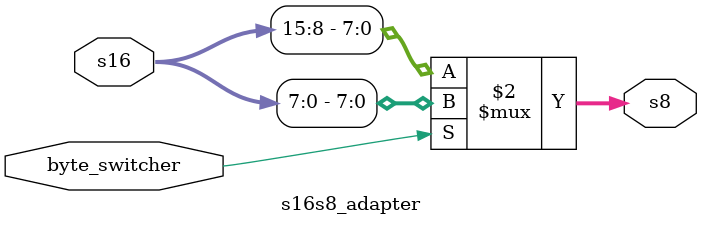
<source format=v>
module s16s8_adapter (
	input 			byte_switcher,
	input   [15:0] s16,
	output  [7:0]  s8  
);

`define L8 s16[7:0]
`define H8 s16[15:8]

parameter LOW  = 0,
			 HIGH = 1;

assign s8 = (byte_switcher == LOW) ? `H8 : `L8;  


endmodule


</source>
